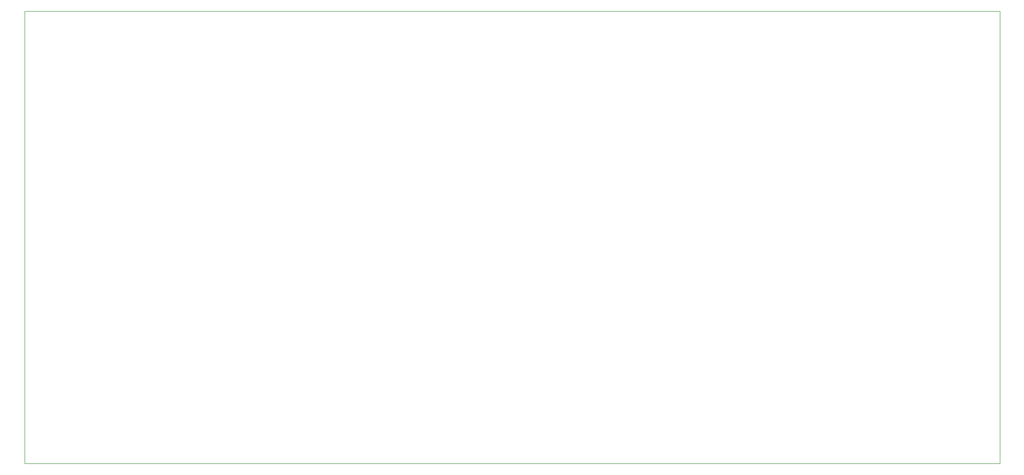
<source format=gbr>
%TF.GenerationSoftware,KiCad,Pcbnew,(5.1.8-0-10_14)*%
%TF.CreationDate,2021-09-27T01:00:10-07:00*%
%TF.ProjectId,baku,62616b75-2e6b-4696-9361-645f70636258,rev?*%
%TF.SameCoordinates,Original*%
%TF.FileFunction,Profile,NP*%
%FSLAX46Y46*%
G04 Gerber Fmt 4.6, Leading zero omitted, Abs format (unit mm)*
G04 Created by KiCad (PCBNEW (5.1.8-0-10_14)) date 2021-09-27 01:00:10*
%MOMM*%
%LPD*%
G01*
G04 APERTURE LIST*
%TA.AperFunction,Profile*%
%ADD10C,0.050000*%
%TD*%
G04 APERTURE END LIST*
D10*
X163731000Y-145997600D02*
X59055000Y-146050000D01*
X236855000Y-146050000D02*
X167231000Y-145997600D01*
X59055000Y-63500000D02*
X59055000Y-146050000D01*
X236855000Y-63500000D02*
X59055000Y-63500000D01*
X236855000Y-146050000D02*
X236855000Y-63500000D01*
X163731000Y-145997600D02*
X167231000Y-145997600D01*
M02*

</source>
